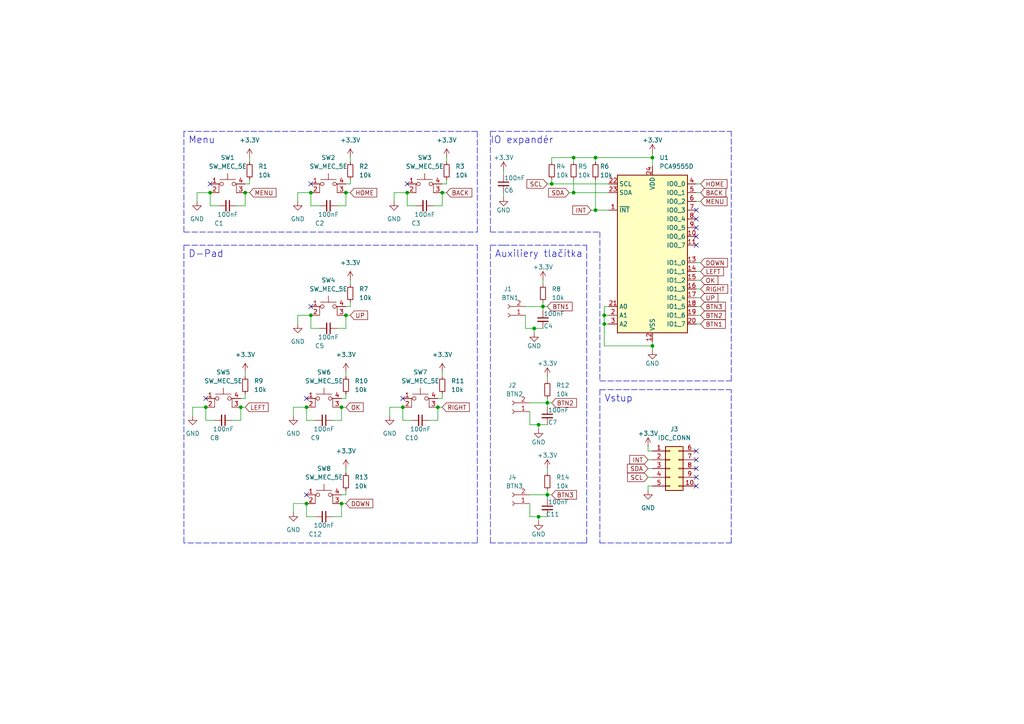
<source format=kicad_sch>
(kicad_sch (version 20211123) (generator eeschema)
  (paper "A4")
  (lib_symbols
    (symbol "Connector:Conn_01x02_Female" (pin_names (offset 1.016) hide)
      (property "Reference" "J" (at 0 2.54 0))
      (property "Value" "Conn_01x02_Female" (at 0 -5.08 0))
      (symbol "Conn_01x02_Female_1_1"
        (arc (start 0 -2.032) (mid -0.508 -2.54) (end 0 -3.048) (stroke (width 0.1524)))
        (polyline (pts (xy -1.27 -2.54) (xy -0.508 -2.54)) (stroke (width 0.1524)))
        (polyline (pts (xy -1.27 0) (xy -0.508 0)) (stroke (width 0.1524)))
        (arc (start 0 0.508) (mid -0.508 0) (end 0 -0.508) (stroke (width 0.1524)))
        (pin passive line (at -5.08 0 0) (length 3.81) (name "Pin_1") (number "1"))
        (pin passive line (at -5.08 -2.54 0) (length 3.81) (name "Pin_2") (number "2"))
      )
    )
    (symbol "Connector_Generic:Conn_02x05_Top_Bottom" (pin_names (offset 1.016) hide)
      (property "Reference" "J" (at 1.27 7.62 0))
      (property "Value" "Conn_02x05_Top_Bottom" (at 1.27 -7.62 0))
      (symbol "Conn_02x05_Top_Bottom_1_1"
        (rectangle (start -1.27 -4.953) (end 0 -5.207) (stroke (width 0.1524)))
        (rectangle (start -1.27 -2.413) (end 0 -2.667) (stroke (width 0.1524)))
        (rectangle (start -1.27 0.127) (end 0 -0.127) (stroke (width 0.1524)))
        (rectangle (start -1.27 2.667) (end 0 2.413) (stroke (width 0.1524)))
        (rectangle (start -1.27 5.207) (end 0 4.953) (stroke (width 0.1524)))
        (rectangle (start -1.27 6.35) (end 3.81 -6.35) (stroke (width 0.254)) (fill (type background)))
        (rectangle (start 3.81 -4.953) (end 2.54 -5.207) (stroke (width 0.1524)))
        (rectangle (start 3.81 -2.413) (end 2.54 -2.667) (stroke (width 0.1524)))
        (rectangle (start 3.81 0.127) (end 2.54 -0.127) (stroke (width 0.1524)))
        (rectangle (start 3.81 2.667) (end 2.54 2.413) (stroke (width 0.1524)))
        (rectangle (start 3.81 5.207) (end 2.54 4.953) (stroke (width 0.1524)))
        (pin passive line (at -5.08 5.08 0) (length 3.81) (name "Pin_1") (number "1"))
        (pin passive line (at 7.62 -5.08 180) (length 3.81) (name "Pin_10") (number "10"))
        (pin passive line (at -5.08 2.54 0) (length 3.81) (name "Pin_2") (number "2"))
        (pin passive line (at -5.08 0 0) (length 3.81) (name "Pin_3") (number "3"))
        (pin passive line (at -5.08 -2.54 0) (length 3.81) (name "Pin_4") (number "4"))
        (pin passive line (at -5.08 -5.08 0) (length 3.81) (name "Pin_5") (number "5"))
        (pin passive line (at 7.62 5.08 180) (length 3.81) (name "Pin_6") (number "6"))
        (pin passive line (at 7.62 2.54 180) (length 3.81) (name "Pin_7") (number "7"))
        (pin passive line (at 7.62 0 180) (length 3.81) (name "Pin_8") (number "8"))
        (pin passive line (at 7.62 -2.54 180) (length 3.81) (name "Pin_9") (number "9"))
      )
    )
    (symbol "Device:C_Small" (pin_numbers hide) (pin_names (offset 0.254) hide)
      (property "Reference" "C" (at 0.254 1.778 0))
      (property "Value" "C_Small" (at 0.254 -2.032 0))
      (symbol "C_Small_0_1"
        (polyline (pts (xy -1.524 -0.508) (xy 1.524 -0.508)) (stroke (width 0.3302)))
        (polyline (pts (xy -1.524 0.508) (xy 1.524 0.508)) (stroke (width 0.3048)))
      )
      (symbol "C_Small_1_1"
        (pin passive line (at 0 2.54 270) (length 2.032) (name "~") (number "1"))
        (pin passive line (at 0 -2.54 90) (length 2.032) (name "~") (number "2"))
      )
    )
    (symbol "Device:R_Small" (pin_numbers hide) (pin_names (offset 0.254) hide)
      (property "Reference" "R" (at 0.762 0.508 0))
      (property "Value" "R_Small" (at 0.762 -1.016 0))
      (symbol "R_Small_0_1"
        (rectangle (start -0.762 1.778) (end 0.762 -1.778) (stroke (width 0.2032)))
      )
      (symbol "R_Small_1_1"
        (pin passive line (at 0 2.54 270) (length 0.762) (name "~") (number "1"))
        (pin passive line (at 0 -2.54 90) (length 0.762) (name "~") (number "2"))
      )
    )
    (symbol "Interface_Expansion:PCA9555D"
      (property "Reference" "U" (at -8.89 24.13 0))
      (property "Value" "PCA9555D" (at 6.35 24.13 0))
      (symbol "PCA9555D_0_1"
        (rectangle (start -10.16 22.86) (end 10.16 -22.86) (stroke (width 0.254)) (fill (type background)))
      )
      (symbol "PCA9555D_1_1"
        (pin open_collector line (at -12.7 12.7 0) (length 2.54) (name "~{INT}") (number "1"))
        (pin bidirectional line (at 12.7 5.08 180) (length 2.54) (name "IO0_6") (number "10"))
        (pin bidirectional line (at 12.7 2.54 180) (length 2.54) (name "IO0_7") (number "11"))
        (pin power_in line (at 0 -25.4 90) (length 2.54) (name "VSS") (number "12"))
        (pin bidirectional line (at 12.7 -2.54 180) (length 2.54) (name "IO1_0") (number "13"))
        (pin bidirectional line (at 12.7 -5.08 180) (length 2.54) (name "IO1_1") (number "14"))
        (pin bidirectional line (at 12.7 -7.62 180) (length 2.54) (name "IO1_2") (number "15"))
        (pin bidirectional line (at 12.7 -10.16 180) (length 2.54) (name "IO1_3") (number "16"))
        (pin bidirectional line (at 12.7 -12.7 180) (length 2.54) (name "IO1_4") (number "17"))
        (pin bidirectional line (at 12.7 -15.24 180) (length 2.54) (name "IO1_5") (number "18"))
        (pin bidirectional line (at 12.7 -17.78 180) (length 2.54) (name "IO1_6") (number "19"))
        (pin input line (at -12.7 -17.78 0) (length 2.54) (name "A1") (number "2"))
        (pin bidirectional line (at 12.7 -20.32 180) (length 2.54) (name "IO1_7") (number "20"))
        (pin input line (at -12.7 -15.24 0) (length 2.54) (name "A0") (number "21"))
        (pin input line (at -12.7 20.32 0) (length 2.54) (name "SCL") (number "22"))
        (pin bidirectional line (at -12.7 17.78 0) (length 2.54) (name "SDA") (number "23"))
        (pin power_in line (at 0 25.4 270) (length 2.54) (name "VDD") (number "24"))
        (pin input line (at -12.7 -20.32 0) (length 2.54) (name "A2") (number "3"))
        (pin bidirectional line (at 12.7 20.32 180) (length 2.54) (name "IO0_0") (number "4"))
        (pin bidirectional line (at 12.7 17.78 180) (length 2.54) (name "IO0_1") (number "5"))
        (pin bidirectional line (at 12.7 15.24 180) (length 2.54) (name "IO0_2") (number "6"))
        (pin bidirectional line (at 12.7 12.7 180) (length 2.54) (name "IO0_3") (number "7"))
        (pin bidirectional line (at 12.7 10.16 180) (length 2.54) (name "IO0_4") (number "8"))
        (pin bidirectional line (at 12.7 7.62 180) (length 2.54) (name "IO0_5") (number "9"))
      )
    )
    (symbol "Switch:SW_MEC_5E" (pin_names (offset 1.016) hide)
      (property "Reference" "SW" (at 0.635 5.715 0))
      (property "Value" "SW_MEC_5E" (at 0 -3.175 0))
      (symbol "SW_MEC_5E_0_1"
        (circle (center -1.778 2.54) (radius 0.508))
        (polyline (pts (xy -2.286 3.81) (xy 2.286 3.81)))
        (polyline (pts (xy 0 3.81) (xy 0 5.588)))
        (polyline (pts (xy -2.54 0) (xy -2.54 2.54) (xy -2.286 2.54)))
        (polyline (pts (xy 2.54 0) (xy 2.54 2.54) (xy 2.286 2.54)))
        (circle (center 1.778 2.54) (radius 0.508))
        (pin passive line (at -5.08 2.54 0) (length 2.54) (name "1") (number "1"))
        (pin passive line (at -5.08 0 0) (length 2.54) (name "2") (number "2"))
        (pin passive line (at 5.08 0 180) (length 2.54) (name "K") (number "3"))
        (pin passive line (at 5.08 2.54 180) (length 2.54) (name "A") (number "4"))
      )
    )
    (symbol "power:+3.3V" (power) (pin_names (offset 0))
      (property "Value" "+3.3V" (at 0 3.556 0))
      (symbol "+3.3V_0_1"
        (polyline (pts (xy -0.762 1.27) (xy 0 2.54)))
        (polyline (pts (xy 0 0) (xy 0 2.54)))
        (polyline (pts (xy 0 2.54) (xy 0.762 1.27)))
      )
      (symbol "+3.3V_1_1"
        (pin power_in line (at 0 0 90) (length 0) hide (name "+3.3V") (number "1"))
      )
    )
    (symbol "power:GND" (power) (pin_names (offset 0))
      (property "Value" "GND" (at 0 -3.81 0))
      (symbol "GND_0_1"
        (polyline (pts (xy 0 0) (xy 0 -1.27) (xy 1.27 -1.27) (xy 0 -2.54) (xy -1.27 -1.27) (xy 0 -1.27)))
      )
      (symbol "GND_1_1"
        (pin power_in line (at 0 0 270) (length 0) hide (name "GND") (number "1"))
      )
    )
  )
  (junction (at 158.75 116.84))
  (junction (at 172.72 45.72))
  (junction (at 99.06 118.11))
  (junction (at 166.37 55.88))
  (junction (at 160.02 53.34))
  (junction (at 99.06 146.05))
  (junction (at 100.33 91.44))
  (junction (at 90.17 91.44))
  (junction (at 154.94 95.25))
  (junction (at 175.26 91.44))
  (junction (at 69.85 118.11))
  (junction (at 156.21 149.86))
  (junction (at 175.26 93.98))
  (junction (at 71.12 55.88))
  (junction (at 118.11 55.88))
  (junction (at 59.69 118.11))
  (junction (at 172.72 60.96))
  (junction (at 156.21 123.19))
  (junction (at 189.23 45.72))
  (junction (at 128.27 55.88))
  (junction (at 88.9 146.05))
  (junction (at 116.84 118.11))
  (junction (at 60.96 55.88))
  (junction (at 189.23 100.33))
  (junction (at 157.48 88.9))
  (junction (at 166.37 45.72))
  (junction (at 127 118.11))
  (junction (at 158.75 143.51))
  (junction (at 90.17 55.88))
  (junction (at 100.33 55.88))
  (junction (at 88.9 118.11))
  (no_connect (at 90.17 88.9))
  (no_connect (at 88.9 115.57))
  (no_connect (at 59.69 115.57))
  (no_connect (at 116.84 115.57))
  (no_connect (at 201.93 68.58))
  (no_connect (at 201.93 135.89))
  (no_connect (at 201.93 130.81))
  (no_connect (at 201.93 133.35))
  (no_connect (at 88.9 143.51))
  (no_connect (at 90.17 53.34))
  (no_connect (at 201.93 71.12))
  (no_connect (at 201.93 60.96))
  (no_connect (at 201.93 63.5))
  (no_connect (at 201.93 66.04))
  (no_connect (at 60.96 53.34))
  (no_connect (at 118.11 53.34))
  (no_connect (at 201.93 140.97))
  (no_connect (at 201.93 138.43))
  (wire (pts (xy 127 115.57) (xy 128.27 115.57)))
  (wire (pts (xy 57.15 55.88) (xy 60.96 55.88)))
  (wire (pts (xy 62.23 121.92) (xy 59.69 121.92)))
  (wire (pts (xy 157.48 81.28) (xy 157.48 82.55)))
  (wire (pts (xy 96.52 121.92) (xy 99.06 121.92)))
  (wire (pts (xy 60.96 59.69) (xy 60.96 55.88)))
  (wire (pts (xy 92.71 59.69) (xy 90.17 59.69)))
  (wire (pts (xy 99.06 115.57) (xy 100.33 115.57)))
  (wire (pts (xy 187.96 138.43) (xy 189.23 138.43)))
  (wire (pts (xy 69.85 115.57) (xy 71.12 115.57)))
  (wire (pts (xy 100.33 142.24) (xy 100.33 143.51)))
  (wire (pts (xy 158.75 143.51) (xy 160.02 143.51)))
  (wire (pts (xy 152.4 95.25) (xy 154.94 95.25)))
  (wire (pts (xy 201.93 76.2) (xy 203.2 76.2)))
  (wire (pts (xy 69.85 121.92) (xy 69.85 118.11)))
  (wire (pts (xy 158.75 135.89) (xy 158.75 137.16)))
  (polyline (pts (xy 212.09 157.48) (xy 212.09 113.03)))
  (wire (pts (xy 156.21 124.46) (xy 156.21 123.19)))
  (wire (pts (xy 128.27 114.3) (xy 128.27 115.57)))
  (wire (pts (xy 100.33 114.3) (xy 100.33 115.57)))
  (wire (pts (xy 201.93 55.88) (xy 203.2 55.88)))
  (wire (pts (xy 85.09 120.65) (xy 85.09 118.11)))
  (wire (pts (xy 172.72 45.72) (xy 172.72 46.99)))
  (wire (pts (xy 189.23 45.72) (xy 189.23 48.26)))
  (wire (pts (xy 160.02 52.07) (xy 160.02 53.34)))
  (polyline (pts (xy 173.99 157.48) (xy 212.09 157.48)))
  (wire (pts (xy 201.93 91.44) (xy 203.2 91.44)))
  (wire (pts (xy 71.12 107.95) (xy 71.12 109.22)))
  (polyline (pts (xy 212.09 110.49) (xy 212.09 38.1)))
  (wire (pts (xy 68.58 59.69) (xy 71.12 59.69)))
  (polyline (pts (xy 138.43 67.31) (xy 138.43 38.1)))
  (polyline (pts (xy 142.24 157.48) (xy 142.24 71.12)))
  (wire (pts (xy 201.93 86.36) (xy 203.2 86.36)))
  (wire (pts (xy 152.4 88.9) (xy 157.48 88.9)))
  (wire (pts (xy 158.75 144.78) (xy 158.75 143.51)))
  (wire (pts (xy 172.72 60.96) (xy 176.53 60.96)))
  (wire (pts (xy 201.93 78.74) (xy 203.2 78.74)))
  (wire (pts (xy 153.67 116.84) (xy 158.75 116.84)))
  (wire (pts (xy 90.17 95.25) (xy 90.17 91.44)))
  (wire (pts (xy 175.26 91.44) (xy 176.53 91.44)))
  (wire (pts (xy 67.31 121.92) (xy 69.85 121.92)))
  (wire (pts (xy 86.36 55.88) (xy 90.17 55.88)))
  (wire (pts (xy 101.6 81.28) (xy 101.6 82.55)))
  (wire (pts (xy 119.38 121.92) (xy 116.84 121.92)))
  (wire (pts (xy 113.03 120.65) (xy 113.03 118.11)))
  (wire (pts (xy 166.37 52.07) (xy 166.37 55.88)))
  (wire (pts (xy 72.39 52.07) (xy 72.39 53.34)))
  (wire (pts (xy 158.75 53.34) (xy 160.02 53.34)))
  (wire (pts (xy 90.17 59.69) (xy 90.17 55.88)))
  (wire (pts (xy 201.93 93.98) (xy 203.2 93.98)))
  (wire (pts (xy 158.75 116.84) (xy 160.02 116.84)))
  (wire (pts (xy 101.6 87.63) (xy 101.6 88.9)))
  (polyline (pts (xy 173.99 67.31) (xy 173.99 110.49)))
  (wire (pts (xy 172.72 52.07) (xy 172.72 60.96)))
  (wire (pts (xy 157.48 90.17) (xy 157.48 88.9)))
  (wire (pts (xy 114.3 55.88) (xy 118.11 55.88)))
  (wire (pts (xy 99.06 149.86) (xy 99.06 146.05)))
  (wire (pts (xy 158.75 109.22) (xy 158.75 110.49)))
  (wire (pts (xy 63.5 59.69) (xy 60.96 59.69)))
  (wire (pts (xy 158.75 115.57) (xy 158.75 116.84)))
  (wire (pts (xy 171.45 60.96) (xy 172.72 60.96)))
  (wire (pts (xy 201.93 83.82) (xy 203.2 83.82)))
  (polyline (pts (xy 170.18 157.48) (xy 168.91 157.48)))
  (wire (pts (xy 166.37 55.88) (xy 176.53 55.88)))
  (wire (pts (xy 156.21 151.13) (xy 156.21 149.86)))
  (wire (pts (xy 175.26 93.98) (xy 175.26 100.33)))
  (wire (pts (xy 201.93 58.42) (xy 203.2 58.42)))
  (polyline (pts (xy 142.24 71.12) (xy 146.05 71.12)))
  (wire (pts (xy 91.44 121.92) (xy 88.9 121.92)))
  (polyline (pts (xy 168.91 157.48) (xy 142.24 157.48)))
  (wire (pts (xy 175.26 91.44) (xy 175.26 93.98)))
  (wire (pts (xy 166.37 45.72) (xy 166.37 46.99)))
  (wire (pts (xy 100.33 135.89) (xy 100.33 137.16)))
  (wire (pts (xy 99.06 121.92) (xy 99.06 118.11)))
  (wire (pts (xy 201.93 88.9) (xy 203.2 88.9)))
  (wire (pts (xy 127 121.92) (xy 127 118.11)))
  (wire (pts (xy 97.79 59.69) (xy 100.33 59.69)))
  (wire (pts (xy 100.33 53.34) (xy 101.6 53.34)))
  (wire (pts (xy 153.67 146.05) (xy 153.67 149.86)))
  (wire (pts (xy 113.03 118.11) (xy 116.84 118.11)))
  (wire (pts (xy 116.84 121.92) (xy 116.84 118.11)))
  (wire (pts (xy 187.96 129.54) (xy 187.96 130.81)))
  (wire (pts (xy 55.88 118.11) (xy 59.69 118.11)))
  (wire (pts (xy 101.6 52.07) (xy 101.6 53.34)))
  (wire (pts (xy 57.15 58.42) (xy 57.15 55.88)))
  (wire (pts (xy 100.33 95.25) (xy 100.33 91.44)))
  (wire (pts (xy 157.48 87.63) (xy 157.48 88.9)))
  (polyline (pts (xy 53.34 71.12) (xy 53.34 157.48)))
  (wire (pts (xy 189.23 100.33) (xy 175.26 100.33)))
  (wire (pts (xy 189.23 99.06) (xy 189.23 100.33)))
  (polyline (pts (xy 173.99 113.03) (xy 173.99 157.48)))
  (wire (pts (xy 72.39 45.72) (xy 72.39 46.99)))
  (wire (pts (xy 129.54 45.72) (xy 129.54 46.99)))
  (polyline (pts (xy 142.24 38.1) (xy 212.09 38.1)))
  (polyline (pts (xy 146.05 71.12) (xy 170.18 71.12)))
  (wire (pts (xy 96.52 149.86) (xy 99.06 149.86)))
  (wire (pts (xy 156.21 123.19) (xy 158.75 123.19)))
  (wire (pts (xy 154.94 95.25) (xy 157.48 95.25)))
  (wire (pts (xy 189.23 130.81) (xy 187.96 130.81)))
  (polyline (pts (xy 53.34 38.1) (xy 53.34 67.31)))
  (wire (pts (xy 125.73 59.69) (xy 128.27 59.69)))
  (polyline (pts (xy 53.34 71.12) (xy 138.43 71.12)))
  (wire (pts (xy 71.12 114.3) (xy 71.12 115.57)))
  (wire (pts (xy 100.33 91.44) (xy 101.6 91.44)))
  (wire (pts (xy 156.21 149.86) (xy 158.75 149.86)))
  (wire (pts (xy 71.12 53.34) (xy 72.39 53.34)))
  (wire (pts (xy 128.27 55.88) (xy 129.54 55.88)))
  (wire (pts (xy 86.36 91.44) (xy 90.17 91.44)))
  (wire (pts (xy 100.33 107.95) (xy 100.33 109.22)))
  (wire (pts (xy 158.75 118.11) (xy 158.75 116.84)))
  (wire (pts (xy 152.4 91.44) (xy 152.4 95.25)))
  (wire (pts (xy 160.02 53.34) (xy 176.53 53.34)))
  (wire (pts (xy 172.72 45.72) (xy 189.23 45.72)))
  (wire (pts (xy 201.93 81.28) (xy 203.2 81.28)))
  (wire (pts (xy 175.26 88.9) (xy 175.26 91.44)))
  (wire (pts (xy 160.02 46.99) (xy 160.02 45.72)))
  (wire (pts (xy 157.48 88.9) (xy 158.75 88.9)))
  (wire (pts (xy 176.53 93.98) (xy 175.26 93.98)))
  (wire (pts (xy 100.33 55.88) (xy 101.6 55.88)))
  (wire (pts (xy 124.46 121.92) (xy 127 121.92)))
  (wire (pts (xy 128.27 107.95) (xy 128.27 109.22)))
  (wire (pts (xy 91.44 149.86) (xy 88.9 149.86)))
  (wire (pts (xy 118.11 59.69) (xy 118.11 55.88)))
  (wire (pts (xy 189.23 44.45) (xy 189.23 45.72)))
  (wire (pts (xy 158.75 142.24) (xy 158.75 143.51)))
  (wire (pts (xy 100.33 59.69) (xy 100.33 55.88)))
  (wire (pts (xy 165.1 55.88) (xy 166.37 55.88)))
  (wire (pts (xy 88.9 149.86) (xy 88.9 146.05)))
  (wire (pts (xy 153.67 123.19) (xy 156.21 123.19)))
  (wire (pts (xy 100.33 88.9) (xy 101.6 88.9)))
  (wire (pts (xy 187.96 140.97) (xy 187.96 142.24)))
  (polyline (pts (xy 138.43 157.48) (xy 53.34 157.48)))
  (wire (pts (xy 128.27 59.69) (xy 128.27 55.88)))
  (polyline (pts (xy 173.99 113.03) (xy 212.09 113.03)))
  (wire (pts (xy 129.54 52.07) (xy 129.54 53.34)))
  (wire (pts (xy 189.23 140.97) (xy 187.96 140.97)))
  (wire (pts (xy 99.06 118.11) (xy 100.33 118.11)))
  (wire (pts (xy 59.69 121.92) (xy 59.69 118.11)))
  (wire (pts (xy 160.02 45.72) (xy 166.37 45.72)))
  (wire (pts (xy 176.53 88.9) (xy 175.26 88.9)))
  (wire (pts (xy 114.3 58.42) (xy 114.3 55.88)))
  (polyline (pts (xy 170.18 71.12) (xy 170.18 157.48)))
  (wire (pts (xy 146.05 55.88) (xy 146.05 57.15)))
  (wire (pts (xy 88.9 121.92) (xy 88.9 118.11)))
  (polyline (pts (xy 142.24 38.1) (xy 142.24 67.31)))
  (wire (pts (xy 201.93 53.34) (xy 203.2 53.34)))
  (wire (pts (xy 128.27 53.34) (xy 129.54 53.34)))
  (wire (pts (xy 153.67 143.51) (xy 158.75 143.51)))
  (wire (pts (xy 85.09 118.11) (xy 88.9 118.11)))
  (wire (pts (xy 85.09 146.05) (xy 88.9 146.05)))
  (polyline (pts (xy 138.43 38.1) (xy 53.34 38.1)))
  (wire (pts (xy 187.96 135.89) (xy 189.23 135.89)))
  (wire (pts (xy 71.12 59.69) (xy 71.12 55.88)))
  (wire (pts (xy 85.09 148.59) (xy 85.09 146.05)))
  (wire (pts (xy 127 118.11) (xy 128.27 118.11)))
  (wire (pts (xy 86.36 93.98) (xy 86.36 91.44)))
  (polyline (pts (xy 173.99 110.49) (xy 212.09 110.49)))
  (wire (pts (xy 86.36 58.42) (xy 86.36 55.88)))
  (wire (pts (xy 97.79 95.25) (xy 100.33 95.25)))
  (polyline (pts (xy 142.24 67.31) (xy 173.99 67.31)))
  (wire (pts (xy 99.06 146.05) (xy 100.33 146.05)))
  (wire (pts (xy 166.37 45.72) (xy 172.72 45.72)))
  (wire (pts (xy 55.88 120.65) (xy 55.88 118.11)))
  (wire (pts (xy 120.65 59.69) (xy 118.11 59.69)))
  (wire (pts (xy 101.6 45.72) (xy 101.6 46.99)))
  (wire (pts (xy 153.67 119.38) (xy 153.67 123.19)))
  (wire (pts (xy 187.96 133.35) (xy 189.23 133.35)))
  (wire (pts (xy 146.05 49.53) (xy 146.05 50.8)))
  (wire (pts (xy 189.23 100.33) (xy 189.23 101.6)))
  (polyline (pts (xy 53.34 67.31) (xy 138.43 67.31)))
  (wire (pts (xy 154.94 96.52) (xy 154.94 95.25)))
  (wire (pts (xy 92.71 95.25) (xy 90.17 95.25)))
  (polyline (pts (xy 138.43 71.12) (xy 138.43 157.48)))
  (wire (pts (xy 99.06 143.51) (xy 100.33 143.51)))
  (wire (pts (xy 153.67 149.86) (xy 156.21 149.86)))
  (wire (pts (xy 71.12 55.88) (xy 72.39 55.88)))
  (wire (pts (xy 69.85 118.11) (xy 71.12 118.11)))
  (text "Vstup\n" (at 175.26 116.84 0) (effects (font (size 2 2)) (justify left bottom)))
  (text "D-Pad\n" (at 54.61 74.93 0) (effects (font (size 2 2)) (justify left bottom)))
  (text "Menu\n" (at 54.61 41.91 0) (effects (font (size 2 2)) (justify left bottom)))
  (text "IO expandér\n" (at 142.24 41.91 0) (effects (font (size 2 2)) (justify left bottom)))
  (text "Auxiliery tlačítka\n" (at 143.51 74.93 0) (effects (font (size 2 2)) (justify left bottom)))
  (global_label "UP" (shape input) (at 203.2 86.36 0) (property "Intersheet References" "${INTERSHEET_REFS}" (effects hide)))
  (global_label "BTN1" (shape input) (at 158.75 88.9 0) (property "Intersheet References" "${INTERSHEET_REFS}" (effects hide)))
  (global_label "INT" (shape input) (at 187.96 133.35 180) (property "Intersheet References" "${INTERSHEET_REFS}" (effects hide)))
  (global_label "UP" (shape input) (at 101.6 91.44 0) (property "Intersheet References" "${INTERSHEET_REFS}" (effects hide)))
  (global_label "DOWN" (shape input) (at 203.2 76.2 0) (property "Intersheet References" "${INTERSHEET_REFS}" (effects hide)))
  (global_label "OK" (shape input) (at 203.2 81.28 0) (property "Intersheet References" "${INTERSHEET_REFS}" (effects hide)))
  (global_label "BTN3" (shape input) (at 203.2 88.9 0) (property "Intersheet References" "${INTERSHEET_REFS}" (effects hide)))
  (global_label "BTN2" (shape input) (at 160.02 116.84 0) (property "Intersheet References" "${INTERSHEET_REFS}" (effects hide)))
  (global_label "BTN1" (shape input) (at 203.2 93.98 0) (property "Intersheet References" "${INTERSHEET_REFS}" (effects hide)))
  (global_label "RIGHT" (shape input) (at 128.27 118.11 0) (property "Intersheet References" "${INTERSHEET_REFS}" (effects hide)))
  (global_label "HOME" (shape input) (at 203.2 53.34 0) (property "Intersheet References" "${INTERSHEET_REFS}" (effects hide)))
  (global_label "OK" (shape input) (at 100.33 118.11 0) (property "Intersheet References" "${INTERSHEET_REFS}" (effects hide)))
  (global_label "DOWN" (shape input) (at 100.33 146.05 0) (property "Intersheet References" "${INTERSHEET_REFS}" (effects hide)))
  (global_label "BACK" (shape input) (at 203.2 55.88 0) (property "Intersheet References" "${INTERSHEET_REFS}" (effects hide)))
  (global_label "HOME" (shape input) (at 101.6 55.88 0) (property "Intersheet References" "${INTERSHEET_REFS}" (effects hide)))
  (global_label "MENU" (shape input) (at 203.2 58.42 0) (property "Intersheet References" "${INTERSHEET_REFS}" (effects hide)))
  (global_label "LEFT" (shape input) (at 71.12 118.11 0) (property "Intersheet References" "${INTERSHEET_REFS}" (effects hide)))
  (global_label "BACK" (shape input) (at 129.54 55.88 0) (property "Intersheet References" "${INTERSHEET_REFS}" (effects hide)))
  (global_label "SDA" (shape input) (at 165.1 55.88 180) (property "Intersheet References" "${INTERSHEET_REFS}" (effects hide)))
  (global_label "SDA" (shape input) (at 187.96 135.89 180) (property "Intersheet References" "${INTERSHEET_REFS}" (effects hide)))
  (global_label "BTN3" (shape input) (at 160.02 143.51 0) (property "Intersheet References" "${INTERSHEET_REFS}" (effects hide)))
  (global_label "MENU" (shape input) (at 72.39 55.88 0) (property "Intersheet References" "${INTERSHEET_REFS}" (effects hide)))
  (global_label "INT" (shape input) (at 171.45 60.96 180) (property "Intersheet References" "${INTERSHEET_REFS}" (effects hide)))
  (global_label "LEFT" (shape input) (at 203.2 78.74 0) (property "Intersheet References" "${INTERSHEET_REFS}" (effects hide)))
  (global_label "RIGHT" (shape input) (at 203.2 83.82 0) (property "Intersheet References" "${INTERSHEET_REFS}" (effects hide)))
  (global_label "SCL" (shape input) (at 187.96 138.43 180) (property "Intersheet References" "${INTERSHEET_REFS}" (effects hide)))
  (global_label "BTN2" (shape input) (at 203.2 91.44 0) (property "Intersheet References" "${INTERSHEET_REFS}" (effects hide)))
  (global_label "SCL" (shape input) (at 158.75 53.34 180) (property "Intersheet References" "${INTERSHEET_REFS}" (effects hide)))
  (symbol (lib_id "Connector_Generic:Conn_02x05_Top_Bottom") (at 194.31 135.89 0) (unit 1)
    (property "Reference" "J3" (at 195.58 124.46 0))
    (property "Value" "IDC_CONN" (at 195.58 127 0))
    (property "Footprint" "Connector_PinSocket_2.54mm:PinSocket_2x05_P2.54mm_Vertical" (effects hide))
  )
  (symbol (lib_id "power:GND") (at 57.15 58.42 0) (unit 1)
    (property "Reference" "#PWR05" (effects hide))
    (property "Value" "GND" (at 57.15 63.5 0))
  )
  (symbol (lib_id "power:GND") (at 156.21 124.46 0) (unit 1)
    (property "Reference" "#PWR022" (effects hide))
    (property "Value" "GND" (at 156.21 128.27 0))
  )
  (symbol (lib_id "Device:R_Small") (at 101.6 49.53 180) (unit 1)
    (property "Reference" "R2" (at 104.14 48.2599 0) (effects (justify right)))
    (property "Value" "10k" (at 104.14 50.7999 0) (effects (justify right)))
    (property "Footprint" "Resistor_SMD:R_0805_2012Metric_Pad1.20x1.40mm_HandSolder" (effects hide))
  )
  (symbol (lib_id "Device:C_Small") (at 121.92 121.92 270) (unit 1)
    (property "Reference" "C10" (at 119.38 127 90))
    (property "Value" "100nF" (at 121.92 124.46 90))
    (property "Footprint" "Capacitor_SMD:C_0805_2012Metric_Pad1.18x1.45mm_HandSolder" (effects hide))
  )
  (symbol (lib_id "power:+3.3V") (at 100.33 107.95 0) (unit 1)
    (property "Reference" "#PWR016" (effects hide))
    (property "Value" "+3.3V" (at 100.33 102.87 0))
  )
  (symbol (lib_id "power:+3.3V") (at 128.27 107.95 0) (unit 1)
    (property "Reference" "#PWR017" (effects hide))
    (property "Value" "+3.3V" (at 128.27 102.87 0))
  )
  (symbol (lib_id "Device:C_Small") (at 146.05 53.34 0) (unit 1)
    (property "Reference" "C6" (at 147.5868 55.1876 0))
    (property "Value" "100nF" (at 149.2613 51.6416 0))
    (property "Footprint" "Capacitor_SMD:C_0805_2012Metric_Pad1.18x1.45mm_HandSolder" (effects hide))
  )
  (symbol (lib_id "Device:R_Small") (at 166.37 49.53 180) (unit 1)
    (property "Reference" "R5" (at 167.64 48.26 0) (effects (justify right)))
    (property "Value" "10k" (at 167.64 50.8 0) (effects (justify right)))
    (property "Footprint" "Resistor_SMD:R_0805_2012Metric_Pad1.20x1.40mm_HandSolder" (effects hide))
  )
  (symbol (lib_id "power:GND") (at 86.36 93.98 0) (unit 1)
    (property "Reference" "#PWR010" (effects hide))
    (property "Value" "GND" (at 86.36 99.06 0))
  )
  (symbol (lib_id "Interface_Expansion:PCA9555D") (at 189.23 73.66 0) (unit 1)
    (property "Reference" "U1" (at 191.2494 45.72 0) (effects (justify left)))
    (property "Value" "PCA9555D" (at 191.2494 48.26 0) (effects (justify left)))
    (property "Footprint" "Package_SO:SOIC-24W_7.5x15.4mm_P1.27mm" (effects hide))
    (property "Datasheet" "https://www.nxp.com/docs/en/data-sheet/PCA9555.pdf" (effects hide))
  )
  (symbol (lib_id "Switch:SW_MEC_5E") (at 64.77 118.11 0) (unit 1)
    (property "Reference" "SW5" (at 64.77 107.95 0))
    (property "Value" "SW_MEC_5E" (at 64.77 110.49 0))
    (property "Footprint" "TL3301SPF160QG:TL3301SPF160QG" (effects hide))
    (property "Datasheet" "http://www.apem.com/int/index.php?controller=attachment&id_attachment=1371" (effects hide))
  )
  (symbol (lib_id "Device:C_Small") (at 123.19 59.69 270) (unit 1)
    (property "Reference" "C3" (at 120.65 64.77 90))
    (property "Value" "100nF" (at 123.19 62.23 90))
    (property "Footprint" "Capacitor_SMD:C_0805_2012Metric_Pad1.18x1.45mm_HandSolder" (effects hide))
  )
  (symbol (lib_id "power:+3.3V") (at 158.75 109.22 0) (unit 1)
    (property "Reference" "#PWR018" (effects hide))
    (property "Value" "+3.3V" (at 158.75 105.41 0))
  )
  (symbol (lib_id "power:+3.3V") (at 158.75 135.89 0) (unit 1)
    (property "Reference" "#PWR025" (effects hide))
    (property "Value" "+3.3V" (at 158.75 132.08 0))
  )
  (symbol (lib_id "Device:C_Small") (at 95.25 59.69 270) (unit 1)
    (property "Reference" "C2" (at 92.71 64.77 90))
    (property "Value" "100nF" (at 95.25 62.23 90))
    (property "Footprint" "Capacitor_SMD:C_0805_2012Metric_Pad1.18x1.45mm_HandSolder" (effects hide))
  )
  (symbol (lib_id "power:GND") (at 156.21 151.13 0) (unit 1)
    (property "Reference" "#PWR028" (effects hide))
    (property "Value" "GND" (at 156.21 154.94 0))
  )
  (symbol (lib_id "power:GND") (at 114.3 58.42 0) (unit 1)
    (property "Reference" "#PWR07" (effects hide))
    (property "Value" "GND" (at 114.3 63.5 0))
  )
  (symbol (lib_id "Switch:SW_MEC_5E") (at 93.98 146.05 0) (unit 1)
    (property "Reference" "SW8" (at 93.98 135.89 0))
    (property "Value" "SW_MEC_5E" (at 93.98 138.43 0))
    (property "Footprint" "TL3301SPF160QG:TL3301SPF160QG" (effects hide))
    (property "Datasheet" "http://www.apem.com/int/index.php?controller=attachment&id_attachment=1371" (effects hide))
  )
  (symbol (lib_id "Switch:SW_MEC_5E") (at 123.19 55.88 0) (unit 1)
    (property "Reference" "SW3" (at 123.19 45.72 0))
    (property "Value" "SW_MEC_5E" (at 123.19 48.26 0))
    (property "Footprint" "TL3301SPF160QG:TL3301SPF160QG" (effects hide))
    (property "Datasheet" "http://www.apem.com/int/index.php?controller=attachment&id_attachment=1371" (effects hide))
  )
  (symbol (lib_id "Device:R_Small") (at 157.48 85.09 180) (unit 1)
    (property "Reference" "R8" (at 160.02 83.8199 0) (effects (justify right)))
    (property "Value" "10k" (at 160.02 86.3599 0) (effects (justify right)))
    (property "Footprint" "Resistor_SMD:R_0805_2012Metric_Pad1.20x1.40mm_HandSolder" (effects hide))
  )
  (symbol (lib_id "power:GND") (at 189.23 101.6 0) (unit 1)
    (property "Reference" "#PWR013" (effects hide))
    (property "Value" "GND" (at 189.23 105.41 0))
  )
  (symbol (lib_id "Device:C_Small") (at 64.77 121.92 270) (unit 1)
    (property "Reference" "C8" (at 62.23 127 90))
    (property "Value" "100nF" (at 64.77 124.46 90))
    (property "Footprint" "Capacitor_SMD:C_0805_2012Metric_Pad1.18x1.45mm_HandSolder" (effects hide))
  )
  (symbol (lib_id "Device:R_Small") (at 128.27 111.76 180) (unit 1)
    (property "Reference" "R11" (at 130.81 110.4899 0) (effects (justify right)))
    (property "Value" "10k" (at 130.81 113.0299 0) (effects (justify right)))
    (property "Footprint" "Resistor_SMD:R_0805_2012Metric_Pad1.20x1.40mm_HandSolder" (effects hide))
  )
  (symbol (lib_id "Switch:SW_MEC_5E") (at 93.98 118.11 0) (unit 1)
    (property "Reference" "SW6" (at 93.98 107.95 0))
    (property "Value" "SW_MEC_5E" (at 93.98 110.49 0))
    (property "Footprint" "TL3301SPF160QG:TL3301SPF160QG" (effects hide))
    (property "Datasheet" "http://www.apem.com/int/index.php?controller=attachment&id_attachment=1371" (effects hide))
  )
  (symbol (lib_id "power:GND") (at 154.94 96.52 0) (unit 1)
    (property "Reference" "#PWR011" (effects hide))
    (property "Value" "GND" (at 154.94 100.33 0))
  )
  (symbol (lib_id "Device:C_Small") (at 93.98 149.86 270) (unit 1)
    (property "Reference" "C12" (at 91.44 154.94 90))
    (property "Value" "100nF" (at 93.98 152.4 90))
    (property "Footprint" "Capacitor_SMD:C_0805_2012Metric_Pad1.18x1.45mm_HandSolder" (effects hide))
  )
  (symbol (lib_id "Switch:SW_MEC_5E") (at 95.25 55.88 0) (unit 1)
    (property "Reference" "SW2" (at 95.25 45.72 0))
    (property "Value" "SW_MEC_5E" (at 95.25 48.26 0))
    (property "Footprint" "TL3301SPF160QG:TL3301SPF160QG" (effects hide))
    (property "Datasheet" "http://www.apem.com/int/index.php?controller=attachment&id_attachment=1371" (effects hide))
  )
  (symbol (lib_id "Device:R_Small") (at 100.33 111.76 180) (unit 1)
    (property "Reference" "R10" (at 102.87 110.4899 0) (effects (justify right)))
    (property "Value" "10k" (at 102.87 113.0299 0) (effects (justify right)))
    (property "Footprint" "Resistor_SMD:R_0805_2012Metric_Pad1.20x1.40mm_HandSolder" (effects hide))
  )
  (symbol (lib_id "power:+3.3V") (at 72.39 45.72 0) (unit 1)
    (property "Reference" "#PWR02" (effects hide))
    (property "Value" "+3.3V" (at 72.39 40.64 0))
  )
  (symbol (lib_id "power:GND") (at 55.88 120.65 0) (unit 1)
    (property "Reference" "#PWR019" (effects hide))
    (property "Value" "GND" (at 55.88 125.73 0))
  )
  (symbol (lib_id "power:GND") (at 113.03 120.65 0) (unit 1)
    (property "Reference" "#PWR021" (effects hide))
    (property "Value" "GND" (at 113.03 125.73 0))
  )
  (symbol (lib_id "Connector:Conn_01x02_Female") (at 148.59 119.38 180) (unit 1)
    (property "Reference" "J2" (at 148.59 111.76 0))
    (property "Value" "BTN2" (at 149.225 114.3 0))
    (property "Footprint" "Connector_PinSocket_2.54mm:PinSocket_1x02_P2.54mm_Vertical" (effects hide))
  )
  (symbol (lib_id "Device:R_Small") (at 172.72 49.53 180) (unit 1)
    (property "Reference" "R6" (at 173.99 48.26 0) (effects (justify right)))
    (property "Value" "10k" (at 173.99 50.8 0) (effects (justify right)))
    (property "Footprint" "Resistor_SMD:R_0805_2012Metric_Pad1.20x1.40mm_HandSolder" (effects hide))
  )
  (symbol (lib_id "Switch:SW_MEC_5E") (at 66.04 55.88 0) (unit 1)
    (property "Reference" "SW1" (at 66.04 45.72 0))
    (property "Value" "SW_MEC_5E" (at 66.04 48.26 0))
    (property "Footprint" "TL3301SPF160QG:TL3301SPF160QG" (effects hide))
    (property "Datasheet" "http://www.apem.com/int/index.php?controller=attachment&id_attachment=1371" (effects hide))
  )
  (symbol (lib_id "power:+3.3V") (at 146.05 49.53 0) (unit 1)
    (property "Reference" "#PWR012" (effects hide))
    (property "Value" "+3.3V" (at 146.05 45.72 0))
  )
  (symbol (lib_id "Device:R_Small") (at 72.39 49.53 180) (unit 1)
    (property "Reference" "R1" (at 74.93 48.2599 0) (effects (justify right)))
    (property "Value" "10k" (at 74.93 50.7999 0) (effects (justify right)))
    (property "Footprint" "Resistor_SMD:R_0805_2012Metric_Pad1.20x1.40mm_HandSolder" (effects hide))
  )
  (symbol (lib_id "power:GND") (at 187.96 142.24 0) (unit 1)
    (property "Reference" "#PWR026" (effects hide))
    (property "Value" "GND" (at 187.96 147.32 0))
  )
  (symbol (lib_id "Device:C_Small") (at 93.98 121.92 270) (unit 1)
    (property "Reference" "C9" (at 91.44 127 90))
    (property "Value" "100nF" (at 93.98 124.46 90))
    (property "Footprint" "Capacitor_SMD:C_0805_2012Metric_Pad1.18x1.45mm_HandSolder" (effects hide))
  )
  (symbol (lib_id "Switch:SW_MEC_5E") (at 95.25 91.44 0) (unit 1)
    (property "Reference" "SW4" (at 95.25 81.28 0))
    (property "Value" "SW_MEC_5E" (at 95.25 83.82 0))
    (property "Footprint" "TL3301SPF160QG:TL3301SPF160QG" (effects hide))
    (property "Datasheet" "http://www.apem.com/int/index.php?controller=attachment&id_attachment=1371" (effects hide))
  )
  (symbol (lib_id "Connector:Conn_01x02_Female") (at 148.59 146.05 180) (unit 1)
    (property "Reference" "J4" (at 148.59 138.43 0))
    (property "Value" "BTN3" (at 149.225 140.97 0))
    (property "Footprint" "Connector_PinSocket_2.54mm:PinSocket_1x02_P2.54mm_Vertical" (effects hide))
  )
  (symbol (lib_id "Device:C_Small") (at 158.75 120.65 0) (unit 1)
    (property "Reference" "C7" (at 160.2868 122.4976 0))
    (property "Value" "100nF" (at 161.9613 118.9516 0))
    (property "Footprint" "Capacitor_SMD:C_0805_2012Metric_Pad1.18x1.45mm_HandSolder" (effects hide))
  )
  (symbol (lib_id "power:+3.3V") (at 101.6 45.72 0) (unit 1)
    (property "Reference" "#PWR03" (effects hide))
    (property "Value" "+3.3V" (at 101.6 40.64 0))
  )
  (symbol (lib_id "Device:C_Small") (at 95.25 95.25 270) (unit 1)
    (property "Reference" "C5" (at 92.71 100.33 90))
    (property "Value" "100nF" (at 95.25 97.79 90))
    (property "Footprint" "Capacitor_SMD:C_0805_2012Metric_Pad1.18x1.45mm_HandSolder" (effects hide))
  )
  (symbol (lib_id "Device:R_Small") (at 129.54 49.53 180) (unit 1)
    (property "Reference" "R3" (at 132.08 48.2599 0) (effects (justify right)))
    (property "Value" "10k" (at 132.08 50.7999 0) (effects (justify right)))
    (property "Footprint" "Resistor_SMD:R_0805_2012Metric_Pad1.20x1.40mm_HandSolder" (effects hide))
  )
  (symbol (lib_id "power:+3.3V") (at 187.96 129.54 0) (unit 1)
    (property "Reference" "#PWR023" (effects hide))
    (property "Value" "+3.3V" (at 187.96 125.73 0))
  )
  (symbol (lib_id "Device:C_Small") (at 66.04 59.69 270) (unit 1)
    (property "Reference" "C1" (at 63.5 64.77 90))
    (property "Value" "100nF" (at 66.04 62.23 90))
    (property "Footprint" "Capacitor_SMD:C_0805_2012Metric_Pad1.18x1.45mm_HandSolder" (effects hide))
  )
  (symbol (lib_id "power:+3.3V") (at 129.54 45.72 0) (unit 1)
    (property "Reference" "#PWR04" (effects hide))
    (property "Value" "+3.3V" (at 129.54 40.64 0))
  )
  (symbol (lib_id "power:GND") (at 146.05 57.15 0) (unit 1)
    (property "Reference" "#PWR014" (effects hide))
    (property "Value" "GND" (at 146.05 60.96 0))
  )
  (symbol (lib_id "Device:R_Small") (at 158.75 113.03 180) (unit 1)
    (property "Reference" "R12" (at 161.29 111.7599 0) (effects (justify right)))
    (property "Value" "10k" (at 161.29 114.2999 0) (effects (justify right)))
    (property "Footprint" "Resistor_SMD:R_0805_2012Metric_Pad1.20x1.40mm_HandSolder" (effects hide))
  )
  (symbol (lib_id "Connector:Conn_01x02_Female") (at 147.32 91.44 180) (unit 1)
    (property "Reference" "J1" (at 147.32 83.82 0))
    (property "Value" "BTN1" (at 147.955 86.36 0))
    (property "Footprint" "Connector_PinSocket_2.54mm:PinSocket_1x02_P2.54mm_Vertical" (effects hide))
  )
  (symbol (lib_id "power:GND") (at 86.36 58.42 0) (unit 1)
    (property "Reference" "#PWR06" (effects hide))
    (property "Value" "GND" (at 86.36 63.5 0))
  )
  (symbol (lib_id "Device:C_Small") (at 157.48 92.71 0) (unit 1)
    (property "Reference" "C4" (at 159.0168 94.5576 0))
    (property "Value" "100nF" (at 160.6913 91.0116 0))
    (property "Footprint" "Capacitor_SMD:C_0805_2012Metric_Pad1.18x1.45mm_HandSolder" (effects hide))
  )
  (symbol (lib_id "power:+3.3V") (at 71.12 107.95 0) (unit 1)
    (property "Reference" "#PWR015" (effects hide))
    (property "Value" "+3.3V" (at 71.12 102.87 0))
  )
  (symbol (lib_id "power:GND") (at 85.09 148.59 0) (unit 1)
    (property "Reference" "#PWR027" (effects hide))
    (property "Value" "GND" (at 85.09 153.67 0))
  )
  (symbol (lib_id "power:GND") (at 85.09 120.65 0) (unit 1)
    (property "Reference" "#PWR020" (effects hide))
    (property "Value" "GND" (at 85.09 125.73 0))
  )
  (symbol (lib_id "power:+3.3V") (at 100.33 135.89 0) (unit 1)
    (property "Reference" "#PWR024" (effects hide))
    (property "Value" "+3.3V" (at 100.33 130.81 0))
  )
  (symbol (lib_id "power:+3.3V") (at 157.48 81.28 0) (unit 1)
    (property "Reference" "#PWR09" (effects hide))
    (property "Value" "+3.3V" (at 157.48 77.47 0))
  )
  (symbol (lib_id "Device:R_Small") (at 71.12 111.76 180) (unit 1)
    (property "Reference" "R9" (at 73.66 110.4899 0) (effects (justify right)))
    (property "Value" "10k" (at 73.66 113.0299 0) (effects (justify right)))
    (property "Footprint" "Resistor_SMD:R_0805_2012Metric_Pad1.20x1.40mm_HandSolder" (effects hide))
  )
  (symbol (lib_id "power:+3.3V") (at 189.23 44.45 0) (unit 1)
    (property "Reference" "#PWR01" (effects hide))
    (property "Value" "+3.3V" (at 189.23 40.64 0))
  )
  (symbol (lib_id "power:+3.3V") (at 101.6 81.28 0) (unit 1)
    (property "Reference" "#PWR08" (effects hide))
    (property "Value" "+3.3V" (at 101.6 76.2 0))
  )
  (symbol (lib_id "Device:R_Small") (at 158.75 139.7 180) (unit 1)
    (property "Reference" "R14" (at 161.29 138.4299 0) (effects (justify right)))
    (property "Value" "10k" (at 161.29 140.9699 0) (effects (justify right)))
    (property "Footprint" "Resistor_SMD:R_0805_2012Metric_Pad1.20x1.40mm_HandSolder" (effects hide))
  )
  (symbol (lib_id "Device:R_Small") (at 101.6 85.09 180) (unit 1)
    (property "Reference" "R7" (at 104.14 83.8199 0) (effects (justify right)))
    (property "Value" "10k" (at 104.14 86.3599 0) (effects (justify right)))
    (property "Footprint" "Resistor_SMD:R_0805_2012Metric_Pad1.20x1.40mm_HandSolder" (effects hide))
  )
  (symbol (lib_id "Switch:SW_MEC_5E") (at 121.92 118.11 0) (unit 1)
    (property "Reference" "SW7" (at 121.92 107.95 0))
    (property "Value" "SW_MEC_5E" (at 121.92 110.49 0))
    (property "Footprint" "TL3301SPF160QG:TL3301SPF160QG" (effects hide))
    (property "Datasheet" "http://www.apem.com/int/index.php?controller=attachment&id_attachment=1371" (effects hide))
  )
  (symbol (lib_id "Device:R_Small") (at 100.33 139.7 180) (unit 1)
    (property "Reference" "R13" (at 102.87 138.4299 0) (effects (justify right)))
    (property "Value" "10k" (at 102.87 140.9699 0) (effects (justify right)))
    (property "Footprint" "Resistor_SMD:R_0805_2012Metric_Pad1.20x1.40mm_HandSolder" (effects hide))
  )
  (symbol (lib_id "Device:C_Small") (at 158.75 147.32 0) (unit 1)
    (property "Reference" "C11" (at 160.2868 149.1676 0))
    (property "Value" "100nF" (at 161.9613 145.6216 0))
    (property "Footprint" "Capacitor_SMD:C_0805_2012Metric_Pad1.18x1.45mm_HandSolder" (effects hide))
  )
  (symbol (lib_id "Device:R_Small") (at 160.02 49.53 180) (unit 1)
    (property "Reference" "R4" (at 161.29 48.26 0) (effects (justify right)))
    (property "Value" "10k" (at 161.29 50.8 0) (effects (justify right)))
    (property "Footprint" "Resistor_SMD:R_0805_2012Metric_Pad1.20x1.40mm_HandSolder" (effects hide))
  )
)
</source>
